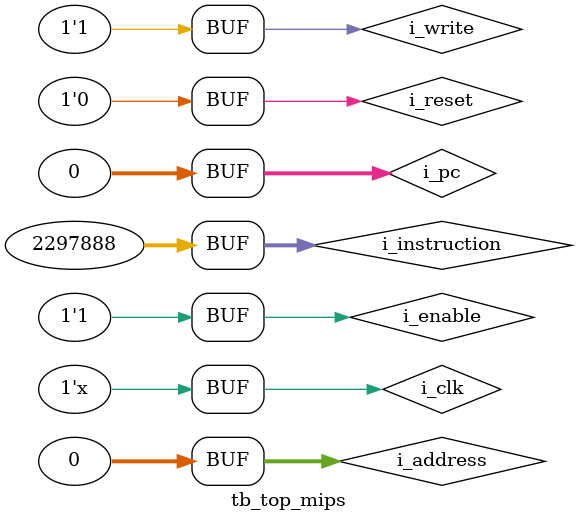
<source format=v>

`timescale 1ns / 1ps

module tb_top_mips();

    localparam       NB_ADDR         =   32;
    localparam       NBITS           =   32;
    localparam       NB_INST         =   32;
    localparam       NB_OPCODE       =   6;
    localparam       NB_FUNCT        =   6;
    localparam       NB_REG          =   5;     // Longitud del campo RS,RT,RD
    localparam       NB_IMMEDIATE    =   16;
    localparam       NB_DATA         =   32;
    localparam       SIZE_REG        =   32;
    localparam       NB_IMMED        =   16;     // Longitud sin signo
    localparam       NB_OP           =   6;  
    localparam       NB_DATA_OUT     =   32;
    localparam       NB_SELECTOR     =   2;      // Longitud del selector


    //localparam ADD             = 32'b000000_00001_00010_00110_00000_100001;

    //localparam HALT             = 32'b0;

    //      OPCODE      RS          RT      RD      SHAMT       FUNCT
    //ADD:  000000  |   RS      |   RT  |   RD  |   00000   |   100000
    //      000000     00001      00010   00100     00000       100000


    //----------------------------------------------------
    // IF - INPUT
    //----------------------------------------------------

    reg                         i_clk;
    reg                         i_enable;
    reg                         i_reset;
    reg     [NB_ADDR - 1:0]     i_pc;
    reg                         i_write;
    reg     [NB_INST - 1:0]     i_instruction;
    reg     [NB_ADDR - 1:0]     i_address;

    //----------------------------------------------------
    // ID - INPUT
    //----------------------------------------------------


    //reg     [NB_REG-1:0]        i_address_data;
    //reg                         i_write_debug_reg_file;
    //reg                         i_write_data;
    //reg  [NB_REG-1:0]           i_address_read_debug;
    //reg  [NB_REG-1:0]           i_address_write_debug;
   // reg  [NB_DATA-1:0]          i_write_data_debug;
    //----------------------------------------------------
    // EX - INPUT
    //----------------------------------------------------
    //----------------------------------------------------
    // WB - INPUT
    //----------------------------------------------------
    reg    [NB_INST-1:0]      i_data_mem;
    //----------------------------------------------------
    // IF - OUTPUT
    //----------------------------------------------------


    //----------------------------------------------------
    // ID - OUTPUT
    //----------------------------------------------------

    wire    [NB_INST-1:0]       o_instruction;
    wire    [NB_ADDR-1:0]       o_pc;
    wire    [NB_DATA-1:0]       o_data_read_debug;
    //----------------------------------------------------
    // EX - OUTPUT
    //----------------------------------------------------



top_mips u_top_mips
(
    .i_clk(i_clk),
    .i_enable(i_enable),
    .i_reset(i_reset),
    .i_pc(i_pc),
    .i_write(i_write),
    .i_instruction(i_instruction),
    .i_address(i_address),
    //.i_address_data(i_address_data),
    //.i_write_debug_reg_file(i_write_debug_reg_file),
    //.i_write_data(i_write_data),
    //.i_address_read_debug(i_address_read_debug),
    //.i_address_write_debug(i_address_write_debug),
    //.i_write_data_debug(i_write_data_debug),
    .i_data_mem(i_data_mem),
    .o_instruction(o_instruction),
    .o_pc(o_pc),
    .o_data_read_debug(o_data_read_debug)
);

    initial begin
      
        //$dumpfile("dump.vcd"); $dumpvars;
        i_reset = 1;

        #20
        i_clk = 1'b0;
        i_reset = 0;

        #20
        i_enable = 1'b1;

        #20
        //      OPCODE      RS          RT      RD      SHAMT       FUNCT
        //ADD:  000000  |   RS      |   RT  |   RD  |   00000   |   100000
        //      000000     00001      00011   00010     00000       100000

        i_write =  1'b1;
        //i_write_debug_reg_file =  1'b1;
        //i_write_data =  1'b1;
        #20
        //i_address_write_debug = 5'b1;  
        #20
        //i_write_data_debug = 32'b10;
        #20
        //i_address_write_debug = 5'b10;  
        #20
        //i_write_data_debug = 32'b11;
        #20
        i_address = 32'b0;
        #20
        i_instruction = 32'b000000_00001_00011_00010_00000_100000;
        #20
        i_pc = 32'b0;
        #100
        //i_address_read_debug = 5'b10;
        #100
        if (o_data_read_debug == 32'b100 )
          $display("******  Test CORRECTO ******");
        else     
          $display("############# Test FALLO ############");
        end
  
      // CLOCK_GENERATION
    always #10 i_clk = ~i_clk;

endmodule

</source>
